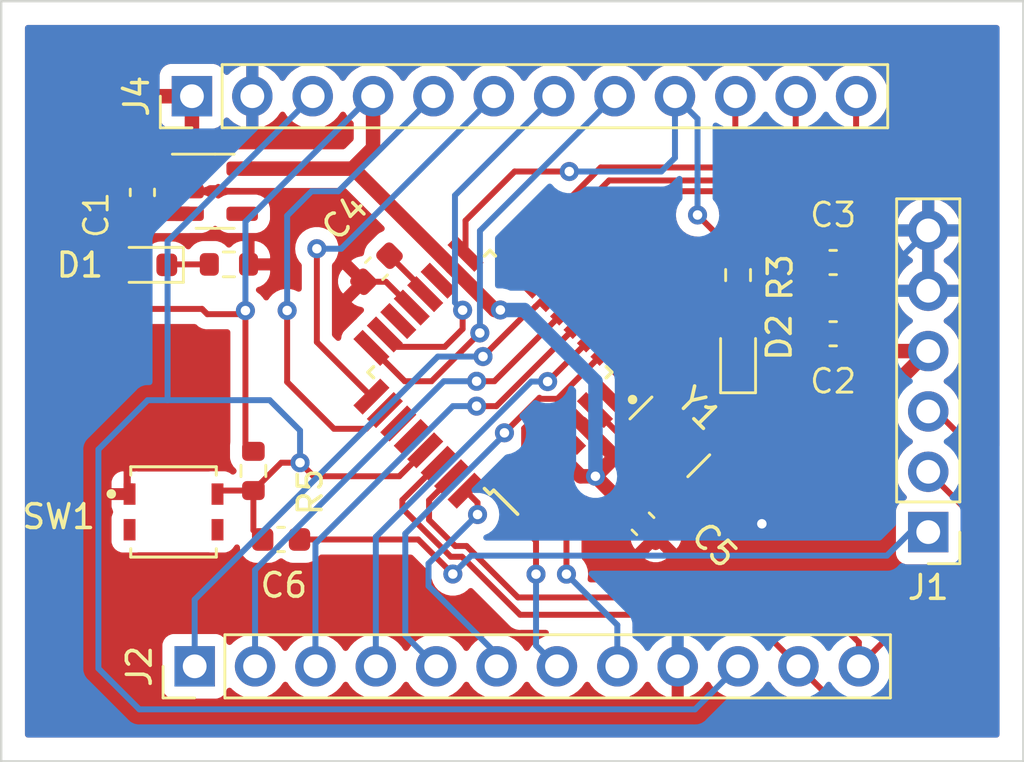
<source format=kicad_pcb>
(kicad_pcb (version 20211014) (generator pcbnew)
  (layers (0 "F.Cu" signal) (31 "B.Cu" signal) (34 "B.Paste" user) (35 "F.Paste" user) (36 "B.SilkS" user "B.Silkscreen") (37 "F.SilkS" user "F.Silkscreen") (38 "B.Mask" user) (39 "F.Mask" user) (44 "Edge.Cuts" user))
  (net 0 "")
  (net 1 "RAW")
  (net 2 "GND")
  (net 3 "VCC")
  (net 4 "Net-(C4-Pad1)")
  (net 5 "DTR")
  (net 6 "Net-(D1-Pad1)")
  (net 7 "Net-(D2-Pad2)")
  (net 8 "TX0")
  (net 9 "RXI")
  (net 10 "D9")
  (net 11 "D8")
  (net 12 "D7")
  (net 13 "D6")
  (net 14 "D5")
  (net 15 "D4")
  (net 16 "D3")
  (net 17 "D2")
  (net 18 "RESET")
  (net 19 "A3")
  (net 20 "A2")
  (net 21 "A1")
  (net 22 "A0")
  (net 23 "SCK")
  (net 24 "MISO")
  (net 25 "MOSI")
  (net 26 "D10")
  (net 27 "A7")
  (net 28 "A6")
  (net 29 "NC")
  (net 30 "Net-(U2-Pad7)")
  (net 33 "Net-(U2-Pad8)")
  (footprint "Connector_PinHeader_2.54mm:PinHeader_1x06_P2.54mm_Vertical" (layer "F.Cu") (at 174 84.35 180)
    (fp_text reference "J1" (at 0 -2.33) (layer "F.SilkS"))
    (fp_text value "Conn_01x06" hide)
    (fp_line (start -1.33 -1.33) (end 0 -1.33) (layer "F.SilkS") (width 0.12))
    (fp_line (start 1.33 1.27) (end 1.33 14.03) (layer "F.SilkS") (width 0.12))
    (fp_line (start -1.33 0) (end -1.33 -1.33) (layer "F.SilkS") (width 0.12))
    (fp_line (start -1.33 14.03) (end 1.33 14.03) (layer "F.SilkS") (width 0.12))
    (fp_line (start -1.33 1.27) (end 1.33 1.27) (layer "F.SilkS") (width 0.12))
    (fp_line (start -1.33 1.27) (end -1.33 14.03) (layer "F.SilkS") (width 0.12))
    (pad "1" thru_hole rect (at 0 0 180) (size 1.7 1.7) (drill 1) (layers *.Cu *.Mask) (net 5 "DTR"))
    (pad "2" thru_hole oval (at 0 2.54 180) (size 1.7 1.7) (drill 1) (layers *.Cu *.Mask) (net 8 "TX0"))
    (pad "3" thru_hole oval (at 0 5.08 180) (size 1.7 1.7) (drill 1) (layers *.Cu *.Mask) (net 9 "RXI"))
    (pad "4" thru_hole oval (at 0 7.62 180) (size 1.7 1.7) (drill 1) (layers *.Cu *.Mask) (net 3 "VCC"))
    (pad "5" thru_hole oval (at 0 10.16 180) (size 1.7 1.7) (drill 1) (layers *.Cu *.Mask) (net 2 "GND"))
    (pad "6" thru_hole oval (at 0 12.7 180) (size 1.7 1.7) (drill 1) (layers *.Cu *.Mask) (net 2 "GND"))
  )
  (footprint "Capacitor_SMD:C_0603_1608Metric" (layer "F.Cu") (at 170 76 180)
    (fp_text reference "C2" (at 0 -2) (layer "F.SilkS") (effects (font (thickness 0.125))))
    (fp_text value "10uF" hide)
    (fp_line (start -0.14058 0.51) (end 0.14058 0.51) (layer "F.SilkS") (width 0.12))
    (fp_line (start -0.14058 -0.51) (end 0.14058 -0.51) (layer "F.SilkS") (width 0.12))
    (pad "1" smd roundrect (at -0.775 0 180) (size 0.9 0.95) (layers "F.Cu" "F.Paste" "F.Mask") (net 3 "VCC"))
    (pad "2" smd roundrect (at 0.775 0 180) (size 0.9 0.95) (layers "F.Cu" "F.Paste" "F.Mask") (net 2 "GND"))
  )
  (footprint "Capacitor_SMD:C_0603_1608Metric" (layer "F.Cu") (at 146.775 84.66)
    (fp_text reference "C6" (at 0.115 1.93) (layer "F.SilkS"))
    (fp_text value "C_Small" hide)
    (fp_line (start -0.14058 -0.51) (end 0.14058 -0.51) (layer "F.SilkS") (width 0.12))
    (fp_line (start -0.14058 0.51) (end 0.14058 0.51) (layer "F.SilkS") (width 0.12))
    (pad "1" smd roundrect (at -0.775 0) (size 0.9 0.95) (layers "F.Cu" "F.Paste" "F.Mask") (net 18 "RESET"))
    (pad "2" smd roundrect (at 0.775 0) (size 0.9 0.95) (layers "F.Cu" "F.Paste" "F.Mask") (net 5 "DTR"))
  )
  (footprint "Resistor_SMD:R_0603_1608Metric" (layer "F.Cu") (at 166 73.53 -90)
    (fp_text reference "R3" (at 0.1 -1.77 90) (layer "F.SilkS"))
    (fp_text value "R" hide)
    (fp_line (start -0.237258 -0.5225) (end 0.237258 -0.5225) (layer "F.SilkS") (width 0.12))
    (fp_line (start -0.237258 0.5225) (end 0.237258 0.5225) (layer "F.SilkS") (width 0.12))
    (pad "1" smd roundrect (at -0.825 0 270) (size 0.8 0.95) (layers "F.Cu" "F.Paste" "F.Mask") (net 23 "SCK"))
    (pad "2" smd roundrect (at 0.825 0 270) (size 0.8 0.95) (layers "F.Cu" "F.Paste" "F.Mask") (net 7 "Net-(D2-Pad2)"))
  )
  (footprint "Package_TO_SOT_SMD:SOT-23-5" (layer "F.Cu") (at 144 70)
    (fp_text reference "U1" hide)
    (fp_text value "MIC5205-5.0YM5" hide)
    (fp_line (start 0 -1.56) (end 0.8 -1.56) (layer "F.SilkS") (width 0.12))
    (fp_line (start 0 1.56) (end 0.8 1.56) (layer "F.SilkS") (width 0.12))
    (fp_line (start 0 -1.56) (end -1.8 -1.56) (layer "F.SilkS") (width 0.12))
    (fp_line (start 0 1.56) (end -0.8 1.56) (layer "F.SilkS") (width 0.12))
    (pad "1" smd roundrect (at -1.1375 -0.95) (size 1.325 0.6) (layers "F.Cu" "F.Paste" "F.Mask") (net 1 "RAW"))
    (pad "2" smd roundrect (at -1.1375 0) (size 1.325 0.6) (layers "F.Cu" "F.Paste" "F.Mask") (net 2 "GND"))
    (pad "3" smd roundrect (at -1.1375 0.95) (size 1.325 0.6) (layers "F.Cu" "F.Paste" "F.Mask") (net 1 "RAW"))
    (pad "4" smd roundrect (at 1.1375 0.95) (size 1.325 0.6) (layers "F.Cu" "F.Paste" "F.Mask") (net 29 "NC"))
    (pad "5" smd roundrect (at 1.1375 -0.95) (size 1.325 0.6) (layers "F.Cu" "F.Paste" "F.Mask") (net 3 "VCC"))
  )
  (footprint "Package_QFP:TQFP-32_7x7mm_P0.8mm" (layer "F.Cu") (at 155.56 77.62 135)
    (fp_text reference "U2" hide)
    (fp_text value "ATmega328P-A" hide)
    (fp_line (start 3.625 -3.625) (end 3.625 -3.3) (layer "F.SilkS") (width 0.15))
    (fp_line (start -3.625 -3.625) (end -3.3 -3.625) (layer "F.SilkS") (width 0.15))
    (fp_line (start -3.625 -3.625) (end -3.625 -3.4) (layer "F.SilkS") (width 0.15))
    (fp_line (start 3.625 3.625) (end 3.625 3.3) (layer "F.SilkS") (width 0.15))
    (fp_line (start -3.625 3.625) (end -3.625 3.3) (layer "F.SilkS") (width 0.15))
    (fp_line (start 3.625 -3.625) (end 3.3 -3.625) (layer "F.SilkS") (width 0.15))
    (fp_line (start -3.625 -3.4) (end -5.05 -3.4) (layer "F.SilkS") (width 0.15))
    (fp_line (start -3.625 3.625) (end -3.3 3.625) (layer "F.SilkS") (width 0.15))
    (fp_line (start 3.625 3.625) (end 3.3 3.625) (layer "F.SilkS") (width 0.15))
    (pad "1" smd rect (at -4.25 -2.8 135) (size 1.6 0.55) (layers "F.Cu" "F.Paste" "F.Mask") (net 16 "D3"))
    (pad "2" smd rect (at -4.25 -2 135) (size 1.6 0.55) (layers "F.Cu" "F.Paste" "F.Mask") (net 15 "D4"))
    (pad "3" smd rect (at -4.25 -1.2 135) (size 1.6 0.55) (layers "F.Cu" "F.Paste" "F.Mask") (net 2 "GND"))
    (pad "4" smd rect (at -4.25 -0.4 135) (size 1.6 0.55) (layers "F.Cu" "F.Paste" "F.Mask") (net 3 "VCC"))
    (pad "5" smd rect (at -4.25 0.4 135) (size 1.6 0.55) (layers "F.Cu" "F.Paste" "F.Mask") (net 2 "GND"))
    (pad "6" smd rect (at -4.25 1.2 135) (size 1.6 0.55) (layers "F.Cu" "F.Paste" "F.Mask") (net 3 "VCC"))
    (pad "7" smd rect (at -4.25 2 135) (size 1.6 0.55) (layers "F.Cu" "F.Paste" "F.Mask") (net 30 "Net-(U2-Pad7)"))
    (pad "8" smd rect (at -4.25 2.8 135) (size 1.6 0.55) (layers "F.Cu" "F.Paste" "F.Mask") (net 33 "Net-(U2-Pad8)"))
    (pad "9" smd rect (at -2.8 4.25 225) (size 1.6 0.55) (layers "F.Cu" "F.Paste" "F.Mask") (net 14 "D5"))
    (pad "10" smd rect (at -2 4.25 225) (size 1.6 0.55) (layers "F.Cu" "F.Paste" "F.Mask") (net 13 "D6"))
    (pad "11" smd rect (at -1.2 4.25 225) (size 1.6 0.55) (layers "F.Cu" "F.Paste" "F.Mask") (net 12 "D7"))
    (pad "12" smd rect (at -0.4 4.25 225) (size 1.6 0.55) (layers "F.Cu" "F.Paste" "F.Mask") (net 11 "D8"))
    (pad "13" smd rect (at 0.4 4.25 225) (size 1.6 0.55) (layers "F.Cu" "F.Paste" "F.Mask") (net 10 "D9"))
    (pad "14" smd rect (at 1.2 4.25 225) (size 1.6 0.55) (layers "F.Cu" "F.Paste" "F.Mask") (net 26 "D10"))
    (pad "15" smd rect (at 2 4.25 225) (size 1.6 0.55) (layers "F.Cu" "F.Paste" "F.Mask") (net 25 "MOSI"))
    (pad "16" smd rect (at 2.8 4.25 225) (size 1.6 0.55) (layers "F.Cu" "F.Paste" "F.Mask") (net 24 "MISO"))
    (pad "17" smd rect (at 4.25 2.8 135) (size 1.6 0.55) (layers "F.Cu" "F.Paste" "F.Mask") (net 23 "SCK"))
    (pad "18" smd rect (at 4.25 2 135) (size 1.6 0.55) (layers "F.Cu" "F.Paste" "F.Mask") (net 3 "VCC"))
    (pad "19" smd rect (at 4.25 1.2 135) (size 1.6 0.55) (layers "F.Cu" "F.Paste" "F.Mask") (net 28 "A6"))
    (pad "20" smd rect (at 4.25 0.4 135) (size 1.6 0.55) (layers "F.Cu" "F.Paste" "F.Mask") (net 4 "Net-(C4-Pad1)"))
    (pad "21" smd rect (at 4.25 -0.4 135) (size 1.6 0.55) (layers "F.Cu" "F.Paste" "F.Mask") (net 2 "GND"))
    (pad "22" smd rect (at 4.25 -1.2 135) (size 1.6 0.55) (layers "F.Cu" "F.Paste" "F.Mask") (net 27 "A7"))
    (pad "23" smd rect (at 4.25 -2 135) (size 1.6 0.55) (layers "F.Cu" "F.Paste" "F.Mask") (net 21 "A1"))
    (pad "24" smd rect (at 4.25 -2.8 135) (size 1.6 0.55) (layers "F.Cu" "F.Paste" "F.Mask") (net 22 "A0"))
    (pad "25" smd rect (at 2.8 -4.25 225) (size 1.6 0.55) (layers "F.Cu" "F.Paste" "F.Mask") (net 20 "A2"))
    (pad "26" smd rect (at 2 -4.25 225) (size 1.6 0.55) (layers "F.Cu" "F.Paste" "F.Mask") (net 19 "A3"))
    (pad "27" smd rect (at 1.2 -4.25 225) (size 1.6 0.55) (layers "F.Cu" "F.Paste" "F.Mask"))
    (pad "28" smd rect (at 0.4 -4.25 225) (size 1.6 0.55) (layers "F.Cu" "F.Paste" "F.Mask"))
    (pad "29" smd rect (at -0.4 -4.25 225) (size 1.6 0.55) (layers "F.Cu" "F.Paste" "F.Mask") (net 18 "RESET"))
    (pad "30" smd rect (at -1.2 -4.25 225) (size 1.6 0.55) (layers "F.Cu" "F.Paste" "F.Mask") (net 9 "RXI"))
    (pad "31" smd rect (at -2 -4.25 225) (size 1.6 0.55) (layers "F.Cu" "F.Paste" "F.Mask") (net 8 "TX0"))
    (pad "32" smd rect (at -2.8 -4.25 225) (size 1.6 0.55) (layers "F.Cu" "F.Paste" "F.Mask") (net 17 "D2"))
  )
  (footprint "Connector_PinHeader_2.54mm:PinHeader_1x12_P2.54mm_Vertical" (layer "F.Cu") (at 143.14 90 90)
    (fp_text reference "J2" (at 0 -2.33 90) (layer "F.SilkS"))
    (fp_text value "Conn_01x12" hide)
    (fp_line (start -1.33 29.27) (end 1.33 29.27) (layer "F.SilkS") (width 0.12))
    (fp_line (start -1.33 1.27) (end 1.33 1.27) (layer "F.SilkS") (width 0.12))
    (fp_line (start -1.33 -1.33) (end 0 -1.33) (layer "F.SilkS") (width 0.12))
    (fp_line (start 1.33 1.27) (end 1.33 29.27) (layer "F.SilkS") (width 0.12))
    (fp_line (start -1.33 1.27) (end -1.33 29.27) (layer "F.SilkS") (width 0.12))
    (fp_line (start -1.33 0) (end -1.33 -1.33) (layer "F.SilkS") (width 0.12))
    (pad "1" thru_hole rect (at 0 0 90) (size 1.7 1.7) (drill 1) (layers *.Cu *.Mask) (net 10 "D9"))
    (pad "2" thru_hole oval (at 0 2.54 90) (size 1.7 1.7) (drill 1) (layers *.Cu *.Mask) (net 11 "D8"))
    (pad "3" thru_hole oval (at 0 5.08 90) (size 1.7 1.7) (drill 1) (layers *.Cu *.Mask) (net 12 "D7"))
    (pad "4" thru_hole oval (at 0 7.62 90) (size 1.7 1.7) (drill 1) (layers *.Cu *.Mask) (net 13 "D6"))
    (pad "5" thru_hole oval (at 0 10.16 90) (size 1.7 1.7) (drill 1) (layers *.Cu *.Mask) (net 14 "D5"))
    (pad "6" thru_hole oval (at 0 12.7 90) (size 1.7 1.7) (drill 1) (layers *.Cu *.Mask) (net 17 "D2"))
    (pad "7" thru_hole oval (at 0 15.24 90) (size 1.7 1.7) (drill 1) (layers *.Cu *.Mask) (net 16 "D3"))
    (pad "8" thru_hole oval (at 0 17.78 90) (size 1.7 1.7) (drill 1) (layers *.Cu *.Mask) (net 15 "D4"))
    (pad "9" thru_hole oval (at 0 20.32 90) (size 1.7 1.7) (drill 1) (layers *.Cu *.Mask) (net 2 "GND"))
    (pad "10" thru_hole oval (at 0 22.86 90) (size 1.7 1.7) (drill 1) (layers *.Cu *.Mask) (net 18 "RESET"))
    (pad "11" thru_hole oval (at 0 25.4 90) (size 1.7 1.7) (drill 1) (layers *.Cu *.Mask) (net 9 "RXI"))
    (pad "12" thru_hole oval (at 0 27.94 90) (size 1.7 1.7) (drill 1) (layers *.Cu *.Mask) (net 8 "TX0"))
  )
  (footprint "Library:SW_SOV-168HST" (layer "F.Cu") (at 142.25 83.5)
    (fp_text reference "SW1" (at -4.83 0.2) (layer "F.SilkS"))
    (fp_text value "SW_Push" hide)
    (fp_line (start 1.8 1.9) (end 1.8 1.55) (layer "F.SilkS") (width 0.127))
    (fp_line (start -1.8 1.9) (end -1.8 1.55) (layer "F.SilkS") (width 0.127))
    (fp_line (start 1.8 -1.9) (end 1.8 -1.55) (layer "F.SilkS") (width 0.127))
    (fp_line (start -1.8 -1.9) (end -1.8 -1.55) (layer "F.SilkS") (width 0.127))
    (fp_line (start -1.8 1.9) (end 1.8 1.9) (layer "F.SilkS") (width 0.127))
    (fp_line (start 1.8 -1.9) (end -1.8 -1.9) (layer "F.SilkS") (width 0.127))
    (fp_circle (center -2.618 -0.757) (end -2.518 -0.757) (layer "F.SilkS") (width 0.2) (fill none))
    (pad "" np_thru_hole circle (at -0.75 0) (size 0.65 0.65) (drill 0.65) (layers *.Cu *.Mask))
    (pad "" np_thru_hole circle (at 0.75 0) (size 0.65 0.65) (drill 0.65) (layers *.Cu *.Mask))
    (pad "A1" smd rect (at -1.85 -0.75 180) (size 0.5 0.9) (layers "F.Cu" "F.Paste" "F.Mask") (net 2 "GND"))
    (pad "A2" smd rect (at -1.85 0.75 180) (size 0.5 0.9) (layers "F.Cu" "F.Paste" "F.Mask"))
    (pad "B1" smd rect (at 1.85 -0.75) (size 0.5 0.9) (layers "F.Cu" "F.Paste" "F.Mask") (net 18 "RESET"))
    (pad "B2" smd rect (at 1.85 0.75) (size 0.5 0.9) (layers "F.Cu" "F.Paste" "F.Mask"))
    (zone (net 0) (net_name "") (layer "F.Cu") (connect_pads (clearance 0)) (min_thickness 0.01)
      (keepout (tracks not_allowed) (vias not_allowed) (pads not_allowed) (copperpour not_allowed) (footprints allowed))
      (fill (thermal_gap 0.508) (thermal_bridge_width 0.508))
      (polygon (pts (xy 144.05 81.8) (xy 140.45 81.8) (xy 140.45 82.3) (xy 140.65 82.3) (xy 140.65 83.2) (xy 140.45 83.2) (xy 140.45 83.8) (xy 140.65 83.8) (xy 140.65 84.7) (xy 140.45 84.7) (xy 140.45 85.2) (xy 144.05 85.2) (xy 144.05 84.7) (xy 143.85 84.7) (xy 143.85 83.8) (xy 144.05 83.8) (xy 144.05 83.2) (xy 143.85 83.2) (xy 143.85 82.3) (xy 144.05 82.3)))
    )
  )
  (footprint "Capacitor_SMD:C_0603_1608Metric" (layer "F.Cu") (at 162 84 -45)
    (fp_text reference "C5" (at 2.753462 -1.491995 135) (layer "F.SilkS"))
    (fp_text value "0.1uF" hide)
    (fp_line (start -0.14058 0.51) (end 0.14058 0.51) (layer "F.SilkS") (width 0.12))
    (fp_line (start -0.14058 -0.51) (end 0.14058 -0.51) (layer "F.SilkS") (width 0.12))
    (pad "1" smd roundrect (at -0.775 0 315) (size 0.9 0.95) (layers "F.Cu" "F.Paste" "F.Mask") (net 3 "VCC"))
    (pad "2" smd roundrect (at 0.775 0 315) (size 0.9 0.95) (layers "F.Cu" "F.Paste" "F.Mask") (net 2 "GND"))
  )
  (footprint "Capacitor_SMD:C_0603_1608Metric" (layer "F.Cu") (at 150.788008 73.261992 -135)
    (fp_text reference "C4" (at -0.568503 2.460732 45) (layer "F.SilkS"))
    (fp_text value "0.1uF" hide)
    (fp_line (start -0.14058 0.51) (end 0.14058 0.51) (layer "F.SilkS") (width 0.12))
    (fp_line (start -0.14058 -0.51) (end 0.14058 -0.51) (layer "F.SilkS") (width 0.12))
    (pad "1" smd roundrect (at -0.775 0 225) (size 0.9 0.95) (layers "F.Cu" "F.Paste" "F.Mask") (net 4 "Net-(C4-Pad1)"))
    (pad "2" smd roundrect (at 0.775 0 225) (size 0.9 0.95) (layers "F.Cu" "F.Paste" "F.Mask") (net 2 "GND"))
  )
  (footprint "Resistor_SMD:R_0603_1608Metric" (layer "F.Cu") (at 145.61 81.775 -90)
    (fp_text reference "R5" (at 0.885 -2.39 90) (layer "F.SilkS"))
    (fp_text value "R" hide)
    (fp_line (start -0.237258 -0.5225) (end 0.237258 -0.5225) (layer "F.SilkS") (width 0.12))
    (fp_line (start -0.237258 0.5225) (end 0.237258 0.5225) (layer "F.SilkS") (width 0.12))
    (pad "1" smd roundrect (at -0.825 0 270) (size 0.8 0.95) (layers "F.Cu" "F.Paste" "F.Mask") (net 3 "VCC"))
    (pad "2" smd roundrect (at 0.825 0 270) (size 0.8 0.95) (layers "F.Cu" "F.Paste" "F.Mask") (net 18 "RESET"))
  )
  (footprint "Resistor_SMD:R_0603_1608Metric" (layer "F.Cu") (at 144.58 73.08)
    (fp_text reference "R1" hide)
    (fp_text value "10k" hide)
    (fp_line (start -0.237258 -0.5225) (end 0.237258 -0.5225) (layer "F.SilkS") (width 0.12))
    (fp_line (start -0.237258 0.5225) (end 0.237258 0.5225) (layer "F.SilkS") (width 0.12))
    (pad "1" smd roundrect (at -0.825 0) (size 0.8 0.95) (layers "F.Cu" "F.Paste" "F.Mask") (net 6 "Net-(D1-Pad1)"))
    (pad "2" smd roundrect (at 0.825 0) (size 0.8 0.95) (layers "F.Cu" "F.Paste" "F.Mask") (net 2 "GND"))
  )
  (footprint "Connector_PinHeader_2.54mm:PinHeader_1x12_P2.54mm_Vertical" (layer "F.Cu") (at 143.025 66 90)
    (fp_text reference "J4" (at 0 -2.33 90) (layer "F.SilkS"))
    (fp_text value "Conn_01x12" hide)
    (fp_line (start 1.33 1.27) (end 1.33 29.27) (layer "F.SilkS") (width 0.12))
    (fp_line (start -1.33 29.27) (end 1.33 29.27) (layer "F.SilkS") (width 0.12))
    (fp_line (start -1.33 -1.33) (end 0 -1.33) (layer "F.SilkS") (width 0.12))
    (fp_line (start -1.33 1.27) (end -1.33 29.27) (layer "F.SilkS") (width 0.12))
    (fp_line (start -1.33 1.27) (end 1.33 1.27) (layer "F.SilkS") (width 0.12))
    (fp_line (start -1.33 0) (end -1.33 -1.33) (layer "F.SilkS") (width 0.12))
    (pad "1" thru_hole rect (at 0 0 90) (size 1.7 1.7) (drill 1) (layers *.Cu *.Mask) (net 1 "RAW"))
    (pad "2" thru_hole oval (at 0 2.54 90) (size 1.7 1.7) (drill 1) (layers *.Cu *.Mask) (net 2 "GND"))
    (pad "3" thru_hole oval (at 0 5.08 90) (size 1.7 1.7) (drill 1) (layers *.Cu *.Mask) (net 18 "RESET"))
    (pad "4" thru_hole oval (at 0 7.62 90) (size 1.7 1.7) (drill 1) (layers *.Cu *.Mask) (net 3 "VCC"))
    (pad "5" thru_hole oval (at 0 10.16 90) (size 1.7 1.7) (drill 1) (layers *.Cu *.Mask) (net 19 "A3"))
    (pad "6" thru_hole oval (at 0 12.7 90) (size 1.7 1.7) (drill 1) (layers *.Cu *.Mask) (net 20 "A2"))
    (pad "7" thru_hole oval (at 0 15.24 90) (size 1.7 1.7) (drill 1) (layers *.Cu *.Mask) (net 21 "A1"))
    (pad "8" thru_hole oval (at 0 17.78 90) (size 1.7 1.7) (drill 1) (layers *.Cu *.Mask) (net 22 "A0"))
    (pad "9" thru_hole oval (at 0 20.32 90) (size 1.7 1.7) (drill 1) (layers *.Cu *.Mask) (net 23 "SCK"))
    (pad "10" thru_hole oval (at 0 22.86 90) (size 1.7 1.7) (drill 1) (layers *.Cu *.Mask) (net 24 "MISO"))
    (pad "11" thru_hole oval (at 0 25.4 90) (size 1.7 1.7) (drill 1) (layers *.Cu *.Mask) (net 25 "MOSI"))
    (pad "12" thru_hole oval (at 0 27.94 90) (size 1.7 1.7) (drill 1) (layers *.Cu *.Mask) (net 26 "D10"))
  )
  (footprint "Capacitor_SMD:C_0603_1608Metric" (layer "F.Cu") (at 170 73 180)
    (fp_text reference "C3" (at 0 2) (layer "F.SilkS") (effects (font (thickness 0.125))))
    (fp_text value "0.1uF" hide)
    (fp_line (start -0.14058 -0.51) (end 0.14058 -0.51) (layer "F.SilkS") (width 0.12))
    (fp_line (start -0.14058 0.51) (end 0.14058 0.51) (layer "F.SilkS") (width 0.12))
    (pad "1" smd roundrect (at -0.775 0 180) (size 0.9 0.95) (layers "F.Cu" "F.Paste" "F.Mask") (net 3 "VCC"))
    (pad "2" smd roundrect (at 0.775 0 180) (size 0.9 0.95) (layers "F.Cu" "F.Paste" "F.Mask") (net 2 "GND"))
  )
  (footprint "LED_SMD:LED_0603_1608Metric" (layer "F.Cu") (at 141.18 73.1 180)
    (fp_text reference "D1" (at 2.87 -0.01) (layer "F.SilkS"))
    (fp_text value "RED" hide)
    (fp_line (start 0.8 -0.735) (end -1.485 -0.735) (layer "F.SilkS") (width 0.12))
    (fp_line (start -1.485 -0.735) (end -1.485 0.735) (layer "F.SilkS") (width 0.12))
    (fp_line (start -1.485 0.735) (end 0.8 0.735) (layer "F.SilkS") (width 0.12))
    (pad "1" smd roundrect (at -0.7875 0 180) (size 0.875 0.95) (layers "F.Cu" "F.Paste" "F.Mask") (net 6 "Net-(D1-Pad1)"))
    (pad "2" smd roundrect (at 0.7875 0 180) (size 0.875 0.95) (layers "F.Cu" "F.Paste" "F.Mask") (net 3 "VCC"))
  )
  (footprint "crystal:OSC_CSTNE16M0V51Z000R0" (layer "F.Cu") (at 163.13 80.34 -45)
    (fp_text reference "Y1" (at 0.031999 -1.7064 135) (layer "F.SilkS"))
    (fp_text value "Resonator_Small" hide)
    (fp_line (start 1.72 -0.65) (end 1.72 0.65) (layer "F.SilkS") (width 0.127))
    (fp_line (start -1.72 -0.65) (end -1.72 0.65) (layer "F.SilkS") (width 0.127))
    (fp_circle (center -2.22 0) (end -2.12 0) (layer "F.SilkS") (width 0.2) (fill none))
    (pad "1" smd rect (at -1.2 0 315) (size 0.4 1.9) (layers "F.Cu" "F.Paste" "F.Mask") (net 33 "Net-(U2-Pad8)"))
    (pad "2" smd rect (at 0 0 315) (size 0.4 1.9) (layers "F.Cu" "F.Paste" "F.Mask") (net 2 "GND"))
    (pad "3" smd rect (at 1.2 0 315) (size 0.4 1.9) (layers "F.Cu" "F.Paste" "F.Mask") (net 30 "Net-(U2-Pad7)"))
  )
  (footprint "LED_SMD:LED_0603_1608Metric" (layer "F.Cu") (at 166 77 90)
    (fp_text reference "D2" (at 0.85 1.73 90) (layer "F.SilkS"))
    (fp_text value "Green" hide)
    (fp_line (start -1.485 -0.735) (end -1.485 0.735) (layer "F.SilkS") (width 0.12))
    (fp_line (start -1.485 0.735) (end 0.8 0.735) (layer "F.SilkS") (width 0.12))
    (fp_line (start 0.8 -0.735) (end -1.485 -0.735) (layer "F.SilkS") (width 0.12))
    (pad "1" smd roundrect (at -0.7875 0 90) (size 0.875 0.95) (layers "F.Cu" "F.Paste" "F.Mask") (net 2 "GND"))
    (pad "2" smd roundrect (at 0.7875 0 90) (size 0.875 0.95) (layers "F.Cu" "F.Paste" "F.Mask") (net 7 "Net-(D2-Pad2)"))
  )
  (footprint "Capacitor_SMD:C_0603_1608Metric" (layer "F.Cu") (at 140.94 70.05 90)
    (fp_text reference "C1" (at -0.95 -1.94 90) (layer "F.SilkS") (effects (font (thickness 0.125))))
    (fp_text value "10uF" hide)
    (fp_line (start -0.14058 0.51) (end 0.14058 0.51) (layer "F.SilkS") (width 0.12))
    (fp_line (start -0.14058 -0.51) (end 0.14058 -0.51) (layer "F.SilkS") (width 0.12))
    (pad "1" smd roundrect (at -0.775 0 90) (size 0.9 0.95) (layers "F.Cu" "F.Paste" "F.Mask") (net 1 "RAW"))
    (pad "2" smd roundrect (at 0.775 0 90) (size 0.9 0.95) (layers "F.Cu" "F.Paste" "F.Mask") (net 2 "GND"))
  )
  (gr_line (start 135 94) (end 135 62) (layer "Edge.Cuts") (width 0.1))
  (gr_line (start 178 94) (end 135 94) (layer "Edge.Cuts") (width 0.1))
  (gr_line (start 178 62) (end 178 94) (layer "Edge.Cuts") (width 0.1))
  (gr_line (start 135 62) (end 178 62) (layer "Edge.Cuts") (width 0.1))
  (segment (start 140.94 70.825) (end 140.825 70.825) (width 0.25) (layer "F.Cu") (net 1))
  (segment (start 141.065 70.95) (end 140.94 70.825) (width 0.25) (layer "F.Cu") (net 1))
  (segment (start 140.824991 70.825004) (end 139.115013 69.115) (width 0.6096) (layer "F.Cu") (net 1))
  (segment (start 143.025 68.8875) (end 142.8625 69.05) (width 0.25) (layer "F.Cu") (net 1))
  (segment (start 139.115013 67.885005) (end 140.999997 65.999995) (width 0.6096) (layer "F.Cu") (net 1))
  (segment (start 143.025012 65.999995) (end 143.025012 68.887492) (width 0.6096) (layer "F.Cu") (net 1))
  (segment (start 142.862503 70.949998) (end 141.064996 70.949998) (width 0.6096) (layer "F.Cu") (net 1))
  (segment (start 140.999997 65.999995) (end 143.025012 65.999995) (width 0.6096) (layer "F.Cu") (net 1))
  (segment (start 139.115013 69.115) (end 139.115013 67.885005) (width 0.6096) (layer "F.Cu") (net 1))
  (segment (start 157.958406 79.45272) (end 157.529605 79.45272) (width 0.25) (layer "F.Cu") (net 2))
  (segment (start 157.716676 81.473732) (end 160.790952 84.548008) (width 0.25) (layer "F.Cu") (net 2))
  (segment (start 157 80.757056) (end 157.716676 81.473732) (width 0.25) (layer "F.Cu") (net 2))
  (segment (start 157 79.982325) (end 157 80.757056) (width 0.25) (layer "F.Cu") (net 2))
  (segment (start 168.437509 77.7875) (end 165.6825 77.7875) (width 0.6096) (layer "F.Cu") (net 2))
  (segment (start 169.225011 76.999998) (end 168.437509 77.7875) (width 0.6096) (layer "F.Cu") (net 2))
  (segment (start 141.664995 70.000012) (end 142.862503 70.000012) (width 0.6096) (layer "F.Cu") (net 2))
  (segment (start 151.184314 73.81) (end 152.271953 74.897639) (width 0.25) (layer "F.Cu") (net 2))
  (segment (start 140.940003 69.274995) (end 141.664995 70.000012) (width 0.6096) (layer "F.Cu") (net 2))
  (segment (start 158.848047 80.342361) (end 157.958406 79.45272) (width 0.25) (layer "F.Cu") (net 2))
  (segment (start 169.225011 73.000006) (end 169.225011 76.999998) (width 0.6096) (layer "F.Cu") (net 2))
  (segment (start 150.24 73.81) (end 151.184314 73.81) (width 0.25) (layer "F.Cu") (net 2))
  (segment (start 165.6825 77.7875) (end 163.13 80.34) (width 0.6096) (layer "F.Cu") (net 2))
  (segment (start 160.790952 84.548008) (end 162.548008 84.548008) (width 0.25) (layer "F.Cu") (net 2))
  (segment (start 162.548008 84.548008) (end 163.096016 84) (width 0.25) (layer "F.Cu") (net 2))
  (segment (start 157.529605 79.45272) (end 157 79.982325) (width 0.25) (layer "F.Cu") (net 2))
  (segment (start 163.096016 84) (end 167 84) (width 0.25) (layer "F.Cu") (net 2))
  (via (at 167 84) (size 0.8) (drill 0.4) (layers "F.Cu" "B.Cu") (net 2))
  (segment (start 167 84) (end 167 78.65) (width 0.25) (layer "B.Cu") (net 2))
  (segment (start 167 78.65) (end 174 71.65) (width 0.25) (layer "B.Cu") (net 2))
  (segment (start 160.00001 81.999988) (end 160.818525 81.181473) (width 0.6096) (layer "F.Cu") (net 3))
  (segment (start 162.637064 83.000012) (end 167.729992 83.000012) (width 0.6096) (layer "F.Cu") (net 3))
  (segment (start 140.65 74.955) (end 140.65 73.3575) (width 0.25) (layer "F.Cu") (net 3))
  (segment (start 160 82) (end 159.374319 82) (width 0.6096) (layer "F.Cu") (net 3))
  (segment (start 174.000008 76.729996) (end 171.504991 76.729996) (width 0.6096) (layer "F.Cu") (net 3))
  (segment (start 150.645012 68.177512) (end 149.772497 69.050002) (width 0.6096) (layer "F.Cu") (net 3))
  (segment (start 170.774995 73.000006) (end 170.774995 76) (width 0.6096) (layer "F.Cu") (net 3))
  (segment (start 153.969009 73.20059) (end 149.81842 69.050002) (width 0.6096) (layer "F.Cu") (net 3))
  (segment (start 160.00001 81.999988) (end 161.452001 83.451979) (width 0.6096) (layer "F.Cu") (net 3))
  (segment (start 143.67 75.175) (end 145.295 75.175) (width 0.25) (layer "F.Cu") (net 3))
  (segment (start 171.504991 76.729996) (end 170.774995 76) (width 0.6096) (layer "F.Cu") (net 3))
  (segment (start 155.768429 75.000002) (end 155.999993 75.000002) (width 0.6096) (layer "F.Cu") (net 3))
  (segment (start 153.96901 73.200583) (end 155.768429 75.000002) (width 0.6096) (layer "F.Cu") (net 3))
  (segment (start 145.137502 69.050002) (end 145.1375 69.05) (width 0.6096) (layer "F.Cu") (net 3))
  (segment (start 140.65 73.3575) (end 140.3925 73.1) (width 0.25) (layer "F.Cu") (net 3))
  (segment (start 140.65 74.955) (end 143.45 74.955) (width 0.25) (layer "F.Cu") (net 3))
  (segment (start 159.413727 79.776676) (end 160.818525 81.181473) (width 0.6096) (layer "F.Cu") (net 3))
  (segment (start 150.645012 65.999995) (end 150.645012 68.177512) (width 0.6096) (layer "F.Cu") (net 3))
  (segment (start 145.275 80.615) (end 145.61 80.95) (width 0.25) (layer "F.Cu") (net 3))
  (segment (start 145.275 75.025) (end 145.275 80.615) (width 0.25) (layer "F.Cu") (net 3))
  (segment (start 143.45 74.955) (end 143.67 75.175) (width 0.25) (layer "F.Cu") (net 3))
  (segment (start 145.295 75.175) (end 145.36 75.11) (width 0.25) (layer "F.Cu") (net 3))
  (segment (start 167.729992 83.000012) (end 174.000008 76.729996) (width 0.6096) (layer "F.Cu") (net 3))
  (segment (start 149.772497 69.050002) (end 145.137502 69.050002) (width 0.6096) (layer "F.Cu") (net 3))
  (segment (start 159.374319 82) (end 158.282361 80.908042) (width 0.6096) (layer "F.Cu") (net 3))
  (segment (start 160.818525 81.181473) (end 162.637064 83.000012) (width 0.6096) (layer "F.Cu") (net 3))
  (via (at 145.275 75.025) (size 0.8) (drill 0.4) (layers "F.Cu" "B.Cu") (net 3))
  (via (at 156 75) (size 0.8) (drill 0.4) (layers "F.Cu" "B.Cu") (net 3))
  (via (at 160 82) (size 0.8) (drill 0.4) (layers "F.Cu" "B.Cu") (net 3))
  (segment (start 145.275 71.285) (end 145.275 75.025) (width 0.25) (layer "B.Cu") (net 3))
  (segment (start 150.645 66) (end 150.56 66) (width 0.25) (layer "B.Cu") (net 3))
  (segment (start 156.999991 75.000002) (end 160.00001 77.999996) (width 0.6096) (layer "B.Cu") (net 3))
  (segment (start 160.00001 77.999996) (end 160.00001 81.999988) (width 0.6096) (layer "B.Cu") (net 3))
  (segment (start 155.999993 75.000002) (end 156.999991 75.000002) (width 0.6096) (layer "B.Cu") (net 3))
  (segment (start 150.56 66) (end 145.275 71.285) (width 0.25) (layer "B.Cu") (net 3))
  (segment (start 152.837639 74.331953) (end 152.837639 74.215607) (width 0.25) (layer "F.Cu") (net 4))
  (segment (start 152.837639 74.215607) (end 151.336016 72.713984) (width 0.25) (layer "F.Cu") (net 4))
  (segment (start 154 86.115) (end 152.545 84.66) (width 0.25) (layer "F.Cu") (net 5))
  (segment (start 152.545 84.66) (end 147.55 84.66) (width 0.25) (layer "F.Cu") (net 5))
  (via (at 154 86.115) (size 0.8) (drill 0.4) (layers "F.Cu" "B.Cu") (net 5))
  (segment (start 154 86.115) (end 154.775 85.34) (width 0.25) (layer "B.Cu") (net 5))
  (segment (start 172.26 85.34) (end 173.25 84.35) (width 0.25) (layer "B.Cu") (net 5))
  (segment (start 154.775 85.34) (end 172.26 85.34) (width 0.25) (layer "B.Cu") (net 5))
  (segment (start 173.25 84.35) (end 174 84.35) (width 0.25) (layer "B.Cu") (net 5))
  (segment (start 143.755 73.08) (end 141.9875 73.08) (width 0.25) (layer "F.Cu") (net 6))
  (segment (start 141.9875 73.08) (end 141.9675 73.1) (width 0.25) (layer "F.Cu") (net 6))
  (segment (start 166 76.2125) (end 166 74.355) (width 0.25) (layer "F.Cu") (net 7))
  (segment (start 153.96901 82.039417) (end 153 83.008427) (width 0.25) (layer "F.Cu") (net 8))
  (segment (start 153 83.834516) (end 154.100053 84.934569) (width 0.25) (layer "F.Cu") (net 8))
  (segment (start 171.08 88.99) (end 171.08 90) (width 0.25) (layer "F.Cu") (net 8))
  (segment (start 156.740242 87.1) (end 169.19 87.1) (width 0.25) (layer "F.Cu") (net 8))
  (segment (start 169.19 87.1) (end 171.08 88.99) (width 0.25) (layer "F.Cu") (net 8))
  (segment (start 175.72 83.53) (end 174 81.81) (width 0.25) (layer "F.Cu") (net 8))
  (segment (start 154.574812 84.93457) (end 156.740242 87.1) (width 0.25) (layer "F.Cu") (net 8))
  (segment (start 153 83.008427) (end 153 83.834516) (width 0.25) (layer "F.Cu") (net 8))
  (segment (start 154.100053 84.934569) (end 154.574812 84.93457) (width 0.25) (layer "F.Cu") (net 8))
  (segment (start 171.08 90) (end 175.72 85.36) (width 0.25) (layer "F.Cu") (net 8))
  (segment (start 175.72 85.36) (end 175.72 83.53) (width 0.25) (layer "F.Cu") (net 8))
  (segment (start 151.877056 83) (end 151.877056 83.351814) (width 0.25) (layer "F.Cu") (net 9))
  (segment (start 168.54 90) (end 170.54 92) (width 0.25) (layer "F.Cu") (net 9))
  (segment (start 170.54 92) (end 173 92) (width 0.25) (layer "F.Cu") (net 9))
  (segment (start 153.912531 85.387289) (end 154.387289 85.387289) (width 0.25) (layer "F.Cu") (net 9))
  (segment (start 166.37 87.83) (end 168.54 90) (width 0.25) (layer "F.Cu") (net 9))
  (segment (start 176.32 81.25) (end 174.34 79.27) (width 0.25) (layer "F.Cu") (net 9))
  (segment (start 176.32 88.68) (end 176.32 81.25) (width 0.25) (layer "F.Cu") (net 9))
  (segment (start 153.403324 81.473732) (end 151.877056 83) (width 0.25) (layer "F.Cu") (net 9))
  (segment (start 154.387289 85.387289) (end 156.83 87.83) (width 0.25) (layer "F.Cu") (net 9))
  (segment (start 156.83 87.83) (end 166.37 87.83) (width 0.25) (layer "F.Cu") (net 9))
  (segment (start 151.877056 83.351814) (end 153.912531 85.387289) (width 0.25) (layer "F.Cu") (net 9))
  (segment (start 174.34 79.27) (end 174 79.27) (width 0.25) (layer "F.Cu") (net 9))
  (segment (start 173 92) (end 176.32 88.68) (width 0.25) (layer "F.Cu") (net 9))
  (segment (start 157.215305 75.115489) (end 157.476666 74.854128) (width 0.25) (layer "F.Cu") (net 10))
  (segment (start 158.003367 74.331953) (end 158.282361 74.331953) (width 0.25) (layer "F.Cu") (net 10))
  (segment (start 157.476666 74.854128) (end 157.481192 74.854128) (width 0.25) (layer "F.Cu") (net 10))
  (segment (start 157.115008 75.115489) (end 157.215305 75.115489) (width 0.25) (layer "F.Cu") (net 10))
  (segment (start 157.481192 74.854128) (end 158.003367 74.331953) (width 0.25) (layer "F.Cu") (net 10))
  (segment (start 155.27 76.960497) (end 157.115008 75.115489) (width 0.25) (layer "F.Cu") (net 10))
  (via (at 155.27 76.960497) (size 0.8) (drill 0.4) (layers "F.Cu" "B.Cu") (net 10))
  (segment (start 155.27 76.960497) (end 153.369503 76.960497) (width 0.25) (layer "B.Cu") (net 10))
  (segment (start 143.14 87.19) (end 143.14 90) (width 0.25) (layer "B.Cu") (net 10))
  (segment (start 153.369503 76.960497) (end 143.14 87.19) (width 0.25) (layer "B.Cu") (net 10))
  (segment (start 155 78) (end 155.745686 78) (width 0.25) (layer "F.Cu") (net 11))
  (segment (start 155.745686 78) (end 158.848047 74.897639) (width 0.25) (layer "F.Cu") (net 11))
  (via (at 155 78) (size 0.8) (drill 0.4) (layers "F.Cu" "B.Cu") (net 11))
  (segment (start 155 78) (end 153.62 78) (width 0.25) (layer "B.Cu") (net 11))
  (segment (start 145.68 85.94) (end 145.68 90) (width 0.25) (layer "B.Cu") (net 11))
  (segment (start 153.62 78) (end 145.68 85.94) (width 0.25) (layer "B.Cu") (net 11))
  (segment (start 155 79.04635) (end 155.830706 79.04635) (width 0.25) (layer "F.Cu") (net 12))
  (segment (start 155.830706 79.04635) (end 159.413732 75.463324) (width 0.25) (layer "F.Cu") (net 12))
  (via (at 155 79.04635) (size 0.8) (drill 0.4) (layers "F.Cu" "B.Cu") (net 12))
  (segment (start 148.22 84.83) (end 148.22 90) (width 0.25) (layer "B.Cu") (net 12))
  (segment (start 154.00365 79.04635) (end 148.22 84.83) (width 0.25) (layer "B.Cu") (net 12))
  (segment (start 155 79.04635) (end 154.00365 79.04635) (width 0.25) (layer "B.Cu") (net 12))
  (segment (start 157.987701 78.012299) (end 157.996128 78.012299) (width 0.25) (layer "F.Cu") (net 13))
  (segment (start 157.996128 78.012299) (end 159.979417 76.02901) (width 0.25) (layer "F.Cu") (net 13))
  (via (at 157.987701 78.012299) (size 0.8) (drill 0.4) (layers "F.Cu" "B.Cu") (net 13))
  (segment (start 157.30066 78.012299) (end 150.76 84.552959) (width 0.25) (layer "B.Cu") (net 13))
  (segment (start 150.76 84.552959) (end 150.76 90) (width 0.25) (layer "B.Cu") (net 13))
  (segment (start 157.987701 78.012299) (end 157.30066 78.012299) (width 0.25) (layer "B.Cu") (net 13))
  (segment (start 156.171042 80.171041) (end 157.644173 78.69791) (width 0.25) (layer "F.Cu") (net 14))
  (segment (start 158.399788 78.74001) (end 160.545103 76.594695) (width 0.25) (layer "F.Cu") (net 14))
  (segment (start 157.644173 78.69791) (end 157.686272 78.74001) (width 0.25) (layer "F.Cu") (net 14))
  (segment (start 157.686272 78.74001) (end 158.399788 78.74001) (width 0.25) (layer "F.Cu") (net 14))
  (via (at 156.171042 80.171041) (size 0.8) (drill 0.4) (layers "F.Cu" "B.Cu") (net 14))
  (segment (start 156.171042 80.243572) (end 152 84.414614) (width 0.25) (layer "B.Cu") (net 14))
  (segment (start 152 88.7) (end 153.3 90) (width 0.25) (layer "B.Cu") (net 14))
  (segment (start 156.171042 80.171041) (end 156.171042 80.243572) (width 0.25) (layer "B.Cu") (net 14))
  (segment (start 152 84.414614) (end 152 88.7) (width 0.25) (layer "B.Cu") (net 14))
  (segment (start 158.78 83.668427) (end 157.15099 82.039417) (width 0.25) (layer "F.Cu") (net 15))
  (segment (start 158.78 86.12) (end 158.78 83.668427) (width 0.25) (layer "F.Cu") (net 15))
  (via (at 158.78 86.12) (size 0.8) (drill 0.4) (layers "F.Cu" "B.Cu") (net 15))
  (segment (start 160.92 90) (end 160.92 88.26) (width 0.25) (layer "B.Cu") (net 15))
  (segment (start 160.92 88.26) (end 158.78 86.12) (width 0.25) (layer "B.Cu") (net 15))
  (segment (start 156.585305 83.805305) (end 156.585305 82.605103) (width 0.25) (layer "F.Cu") (net 16))
  (segment (start 157.5 84.72) (end 156.585305 83.805305) (width 0.25) (layer "F.Cu") (net 16))
  (segment (start 157.5 86.12) (end 157.5 84.72) (width 0.25) (layer "F.Cu") (net 16))
  (via (at 157.5 86.12) (size 0.8) (drill 0.4) (layers "F.Cu" "B.Cu") (net 16))
  (segment (start 157.5 89.12) (end 157.5 86.12) (width 0.25) (layer "B.Cu") (net 16))
  (segment (start 158.38 90) (end 157.5 89.12) (width 0.25) (layer "B.Cu") (net 16))
  (segment (start 155.04 83.61) (end 155.04 83.110408) (width 0.25) (layer "F.Cu") (net 17))
  (segment (start 155.04 83.110408) (end 154.534695 82.605103) (width 0.25) (layer "F.Cu") (net 17))
  (via (at 155.04 83.61) (size 0.8) (drill 0.4) (layers "F.Cu" "B.Cu") (net 17))
  (segment (start 152.977289 85.672711) (end 155.04 83.61) (width 0.25) (layer "B.Cu") (net 17))
  (segment (start 152.977289 86.617289) (end 152.977289 85.672711) (width 0.25) (layer "B.Cu") (net 17))
  (segment (start 155.84 89.48) (end 152.977289 86.617289) (width 0.25) (layer "B.Cu") (net 17))
  (segment (start 155.84 90) (end 155.84 89.48) (width 0.25) (layer "B.Cu") (net 17))
  (segment (start 152.837639 80.908047) (end 151.745686 82) (width 0.25) (layer "F.Cu") (net 18))
  (segment (start 147.112979 81.427021) (end 146.782979 81.427021) (width 0.25) (layer "F.Cu") (net 18))
  (segment (start 145.61 84.27) (end 146 84.66) (width 0.25) (layer "F.Cu") (net 18))
  (segment (start 147.572979 81.427021) (end 147.112979 81.427021) (width 0.25) (layer "F.Cu") (net 18))
  (segment (start 145.61 82.6) (end 145.61 84.27) (width 0.25) (layer "F.Cu") (net 18))
  (segment (start 151.745686 82) (end 148.145958 82) (width 0.25) (layer "F.Cu") (net 18))
  (segment (start 145.61 82.6) (end 144.25 82.6) (width 0.25) (layer "F.Cu") (net 18))
  (segment (start 144.25 82.6) (end 144.1 82.75) (width 0.25) (layer "F.Cu") (net 18))
  (segment (start 148.145958 82) (end 147.572979 81.427021) (width 0.25) (layer "F.Cu") (net 18))
  (segment (start 146.782979 81.427021) (end 145.61 82.6) (width 0.25) (layer "F.Cu") (net 18))
  (via (at 147.572979 81.427021) (size 0.8) (drill 0.4) (layers "F.Cu" "B.Cu") (net 18))
  (segment (start 164.19 91.81) (end 140.81 91.81) (width 0.25) (layer "B.Cu") (net 18))
  (segment (start 142 72.105) (end 148.105 66) (width 0.25) (layer "B.Cu") (net 18))
  (segment (start 142 78.795386) (end 142 72.105) (width 0.25) (layer "B.Cu") (net 18))
  (segment (start 140.81 91.81) (end 139.09 90.09) (width 0.25) (layer "B.Cu") (net 18))
  (segment (start 141.164614 78.795386) (end 142 78.795386) (width 0.25) (layer "B.Cu") (net 18))
  (segment (start 146.295386 78.795386) (end 147.572979 80.072979) (width 0.25) (layer "B.Cu") (net 18))
  (segment (start 142 78.795386) (end 146.295386 78.795386) (width 0.25) (layer "B.Cu") (net 18))
  (segment (start 139.09 90.09) (end 139.09 80.87) (width 0.25) (layer "B.Cu") (net 18))
  (segment (start 166 90) (end 164.19 91.81) (width 0.25) (layer "B.Cu") (net 18))
  (segment (start 139.09 80.87) (end 141.164614 78.795386) (width 0.25) (layer "B.Cu") (net 18))
  (segment (start 147.572979 80.072979) (end 147.572979 81.427021) (width 0.25) (layer "B.Cu") (net 18))
  (segment (start 147.03 78.03) (end 149 80) (width 0.25) (layer "F.Cu") (net 19))
  (segment (start 149 80) (end 150.351573 80) (width 0.25) (layer "F.Cu") (net 19))
  (segment (start 147.03 75.02) (end 147.03 78.03) (width 0.25) (layer "F.Cu") (net 19))
  (segment (start 150.351573 80) (end 151.140583 79.21099) (width 0.25) (layer "F.Cu") (net 19))
  (via (at 147.03 75.02) (size 0.8) (drill 0.4) (layers "F.Cu" "B.Cu") (net 19))
  (segment (start 149.185 70) (end 153.185 66) (width 0.25) (layer "B.Cu") (net 19))
  (segment (start 147.03 75.02) (end 147.03 71.03) (width 0.25) (layer "B.Cu") (net 19))
  (segment (start 147.03 71.03) (end 148.06 70) (width 0.25) (layer "B.Cu") (net 19))
  (segment (start 148.06 70) (end 149.185 70) (width 0.25) (layer "B.Cu") (net 19))
  (segment (start 148.28 76.350408) (end 150.574897 78.645305) (width 0.25) (layer "F.Cu") (net 20))
  (segment (start 148.28 72.42) (end 148.28 76.350408) (width 0.25) (layer "F.Cu") (net 20))
  (via (at 148.28 72.42) (size 0.8) (drill 0.4) (layers "F.Cu" "B.Cu") (net 20))
  (segment (start 148.28 72.42) (end 149.305 72.42) (width 0.25) (layer "B.Cu") (net 20))
  (segment (start 149.305 72.42) (end 155.725 66) (width 0.25) (layer "B.Cu") (net 20))
  (segment (start 153.658619 76.551184) (end 151.662757 76.551184) (width 0.25) (layer "F.Cu") (net 21))
  (segment (start 151.662757 76.551184) (end 151.140583 76.02901) (width 0.25) (layer "F.Cu") (net 21))
  (segment (start 154.4123 75.797503) (end 153.658619 76.551184) (width 0.25) (layer "F.Cu") (net 21))
  (segment (start 154.4123 75.007305) (end 154.4123 75.797503) (width 0.25) (layer "F.Cu") (net 21))
  (via (at 154.4123 75.007305) (size 0.8) (drill 0.4) (layers "F.Cu" "B.Cu") (net 21))
  (segment (start 154.09 74.685005) (end 154.09 70.175) (width 0.25) (layer "B.Cu") (net 21))
  (segment (start 154.09 70.175) (end 158.265 66) (width 0.25) (layer "B.Cu") (net 21))
  (segment (start 154.4123 75.007305) (end 154.09 74.685005) (width 0.25) (layer "B.Cu") (net 21))
  (segment (start 153.102368 78) (end 151.980202 78) (width 0.25) (layer "F.Cu") (net 22))
  (segment (start 151.980202 78) (end 150.574897 76.594695) (width 0.25) (layer "F.Cu") (net 22))
  (segment (start 155.135514 75.966854) (end 153.102368 78) (width 0.25) (layer "F.Cu") (net 22))
  (via (at 155.135514 75.966854) (size 0.8) (drill 0.4) (layers "F.Cu" "B.Cu") (net 22))
  (segment (start 155.14 71.665) (end 160.805 66) (width 0.25) (layer "B.Cu") (net 22))
  (segment (start 155.135514 75.966854) (end 155.14 75.962368) (width 0.25) (layer "B.Cu") (net 22))
  (segment (start 155.14 75.962368) (end 155.14 71.665) (width 0.25) (layer "B.Cu") (net 22))
  (segment (start 158.9 69.17) (end 156.6 69.17) (width 0.25) (layer "F.Cu") (net 23))
  (segment (start 166 72.705) (end 164.295 71) (width 0.25) (layer "F.Cu") (net 23))
  (segment (start 156.6 69.17) (end 154.534695 71.235305) (width 0.25) (layer "F.Cu") (net 23))
  (segment (start 154.534695 71.235305) (end 154.534695 72.634897) (width 0.25) (layer "F.Cu") (net 23))
  (via (at 158.9 69.17) (size 0.8) (drill 0.4) (layers "F.Cu" "B.Cu") (net 23))
  (via (at 164.295 71) (size 0.8) (drill 0.4) (layers "F.Cu" "B.Cu") (net 23))
  (segment (start 163.345 68.595) (end 163.12 68.82) (width 0.25) (layer "B.Cu") (net 23))
  (segment (start 163.345 66) (end 163.345 68.595) (width 0.25) (layer "B.Cu") (net 23))
  (segment (start 162.77 69.17) (end 158.9 69.17) (width 0.25) (layer "B.Cu") (net 23))
  (segment (start 164.295 66.95) (end 163.345 66) (width 0.25) (layer "B.Cu") (net 23))
  (segment (start 163.12 68.82) (end 162.77 69.17) (width 0.25) (layer "B.Cu") (net 23))
  (segment (start 164.295 71) (end 164.295 66.95) (width 0.25) (layer "B.Cu") (net 23))
  (segment (start 165 69) (end 160.220202 69) (width 0.25) (layer "F.Cu") (net 24))
  (segment (start 160.220202 69) (end 156.585305 72.634897) (width 0.25) (layer "F.Cu") (net 24))
  (segment (start 165.885 68.115) (end 165 69) (width 0.25) (layer "F.Cu") (net 24))
  (segment (start 165.885 66) (end 165.885 68.115) (width 0.25) (layer "F.Cu") (net 24))
  (segment (start 166.452719 69.547281) (end 160.572477 69.547281) (width 0.25) (layer "F.Cu") (net 25))
  (segment (start 168.425 67.575) (end 166.452719 69.547281) (width 0.25) (layer "F.Cu") (net 25))
  (segment (start 160.572477 69.547281) (end 157.15099 72.968768) (width 0.25) (layer "F.Cu") (net 25))
  (segment (start 168.425 66) (end 168.425 67.575) (width 0.25) (layer "F.Cu") (net 25))
  (segment (start 157.15099 72.968768) (end 157.15099 73.200583) (width 0.25) (layer "F.Cu") (net 25))
  (segment (start 158.68 72.802944) (end 157.716676 73.766268) (width 0.25) (layer "F.Cu") (net 26))
  (segment (start 160.76 70) (end 158.68 72.08) (width 0.25) (layer "F.Cu") (net 26))
  (segment (start 170.965 66) (end 170.965 68.035) (width 0.25) (layer "F.Cu") (net 26))
  (segment (start 170.965 68.035) (end 169 70) (width 0.25) (layer "F.Cu") (net 26))
  (segment (start 158.68 72.08) (end 158.68 72.802944) (width 0.25) (layer "F.Cu") (net 26))
  (segment (start 169 70) (end 160.76 70) (width 0.25) (layer "F.Cu") (net 26))
  (segment (start 162.768427 82) (end 163.167056 82) (width 0.25) (layer "F.Cu") (net 30))
  (segment (start 159.979417 79.21099) (end 162.768427 82) (width 0.25) (layer "F.Cu") (net 30))
  (segment (start 163.167056 82) (end 163.978528 81.188528) (width 0.25) (layer "F.Cu") (net 30))
  (segment (start 162.281472 79.491472) (end 161.39127 79.491472) (width 0.25) (layer "F.Cu") (net 33))
  (segment (start 161.39127 79.491472) (end 160.545103 78.645305) (width 0.25) (layer "F.Cu") (net 33))
  (zone (net 2) (net_name "GND") (layers F&B.Cu) (connect_pads (clearance 0.508)) (min_thickness 0.254) (fill yes (thermal_gap 0.508) (thermal_bridge_width 0.508))
    (polygon (pts (xy 177 93) (xy 136 93) (xy 136 63) (xy 177 63)))
  )
)
</source>
